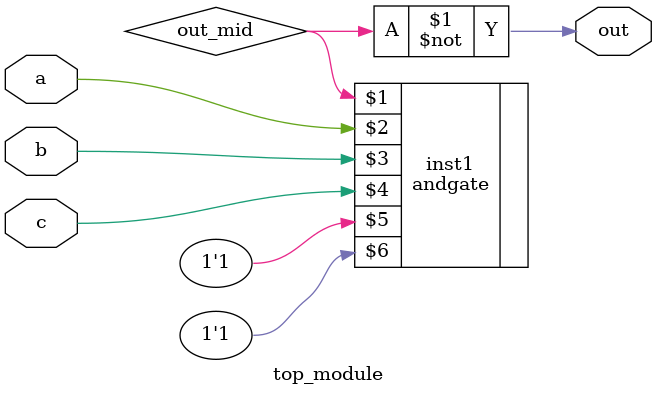
<source format=v>
module top_module (input a, input b, input c, output out);//
    wire out_mid;
    andgate inst1 (out_mid,a,b,c,1'b1,1'b1);
	assign  out=~out_mid;
endmodule

</source>
